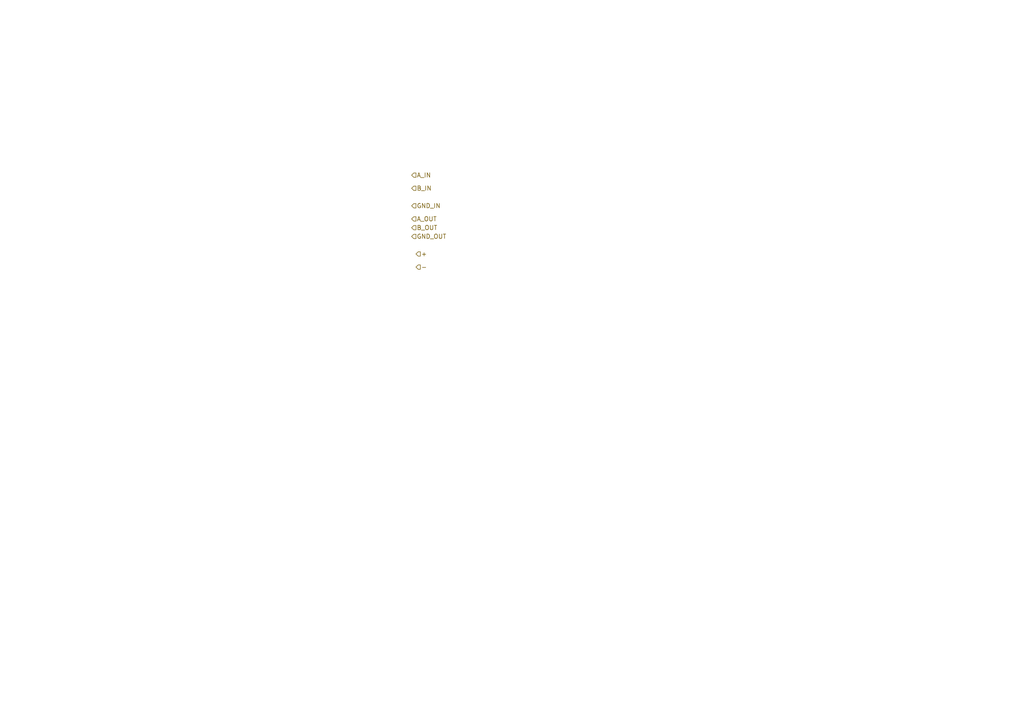
<source format=kicad_sch>
(kicad_sch (version 20211123) (generator eeschema)
  (paper "A4")
  (lib_symbols)
  (hierarchical_label "-" (shape input) (at 120.65 77.47 0))
  (hierarchical_label "+" (shape input) (at 120.65 73.66 0))
  (hierarchical_label "GND_IN" (shape input) (at 119.38 59.69 0))
  (hierarchical_label "A_IN" (shape input) (at 119.38 50.8 0))
  (hierarchical_label "A_OUT" (shape input) (at 119.38 63.5 0))
  (hierarchical_label "B_OUT" (shape input) (at 119.38 66.04 0))
  (hierarchical_label "B_IN" (shape input) (at 119.38 54.61 0))
  (hierarchical_label "GND_OUT" (shape input) (at 119.38 68.58 0))
)
</source>
